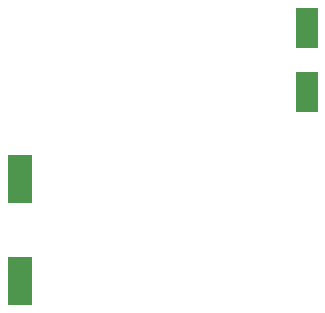
<source format=gbr>
%TF.GenerationSoftware,KiCad,Pcbnew,7.0.9*%
%TF.CreationDate,2025-08-15T16:53:55+02:00*%
%TF.ProjectId,Kicad_Projet_Sons_HW896_V2,4b696361-645f-4507-926f-6a65745f536f,rev?*%
%TF.SameCoordinates,Original*%
%TF.FileFunction,Paste,Top*%
%TF.FilePolarity,Positive*%
%FSLAX46Y46*%
G04 Gerber Fmt 4.6, Leading zero omitted, Abs format (unit mm)*
G04 Created by KiCad (PCBNEW 7.0.9) date 2025-08-15 16:53:55*
%MOMM*%
%LPD*%
G01*
G04 APERTURE LIST*
%ADD10R,1.850000X3.500000*%
%ADD11R,2.000000X4.100000*%
G04 APERTURE END LIST*
D10*
%TO.C,C4*%
X148450000Y-81670000D03*
X148450000Y-87070000D03*
%TD*%
D11*
%TO.C,C2*%
X124150000Y-94395000D03*
X124150000Y-103095000D03*
%TD*%
M02*

</source>
